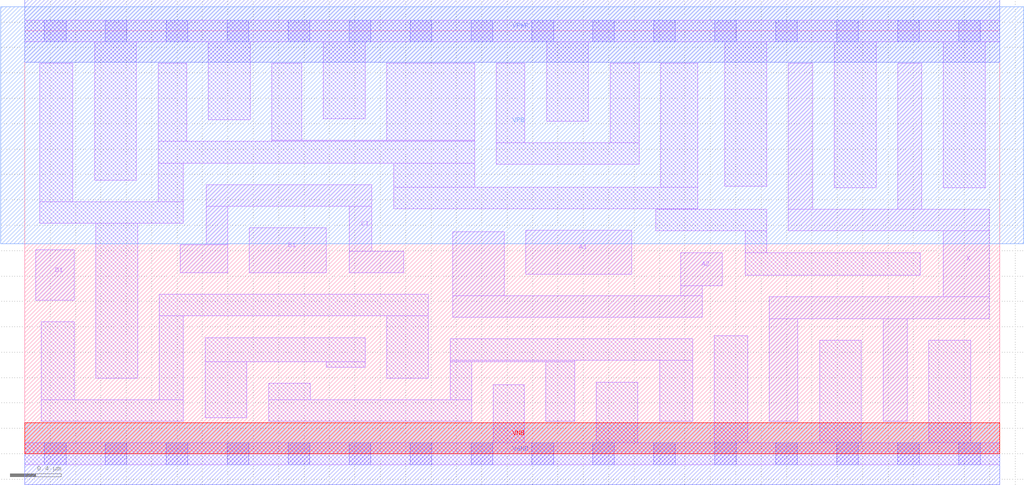
<source format=lef>
# Copyright 2020 The SkyWater PDK Authors
#
# Licensed under the Apache License, Version 2.0 (the "License");
# you may not use this file except in compliance with the License.
# You may obtain a copy of the License at
#
#     https://www.apache.org/licenses/LICENSE-2.0
#
# Unless required by applicable law or agreed to in writing, software
# distributed under the License is distributed on an "AS IS" BASIS,
# WITHOUT WARRANTIES OR CONDITIONS OF ANY KIND, either express or implied.
# See the License for the specific language governing permissions and
# limitations under the License.
#
# SPDX-License-Identifier: Apache-2.0

VERSION 5.7 ;
  NOWIREEXTENSIONATPIN ON ;
  DIVIDERCHAR "/" ;
  BUSBITCHARS "[]" ;
MACRO sky130_fd_sc_lp__o2111a_4
  CLASS CORE ;
  FOREIGN sky130_fd_sc_lp__o2111a_4 ;
  ORIGIN  0.000000  0.000000 ;
  SIZE  7.680000 BY  3.330000 ;
  SYMMETRY X Y R90 ;
  SITE unit ;
  PIN A1
    ANTENNAGATEAREA  0.630000 ;
    DIRECTION INPUT ;
    USE SIGNAL ;
    PORT
      LAYER li1 ;
        RECT 3.945000 1.415000 4.780000 1.760000 ;
    END
  END A1
  PIN A2
    ANTENNAGATEAREA  0.630000 ;
    DIRECTION INPUT ;
    USE SIGNAL ;
    PORT
      LAYER li1 ;
        RECT 3.370000 1.075000 5.335000 1.245000 ;
        RECT 3.370000 1.245000 3.775000 1.750000 ;
        RECT 5.165000 1.245000 5.335000 1.325000 ;
        RECT 5.165000 1.325000 5.495000 1.585000 ;
    END
  END A2
  PIN B1
    ANTENNAGATEAREA  0.630000 ;
    DIRECTION INPUT ;
    USE SIGNAL ;
    PORT
      LAYER li1 ;
        RECT 1.770000 1.425000 2.375000 1.780000 ;
    END
  END B1
  PIN C1
    ANTENNAGATEAREA  0.630000 ;
    DIRECTION INPUT ;
    USE SIGNAL ;
    PORT
      LAYER li1 ;
        RECT 1.225000 1.425000 1.600000 1.645000 ;
        RECT 1.430000 1.645000 1.600000 1.950000 ;
        RECT 1.430000 1.950000 2.735000 2.120000 ;
        RECT 2.555000 1.425000 2.985000 1.595000 ;
        RECT 2.555000 1.595000 2.735000 1.950000 ;
    END
  END C1
  PIN D1
    ANTENNAGATEAREA  0.630000 ;
    DIRECTION INPUT ;
    USE SIGNAL ;
    PORT
      LAYER li1 ;
        RECT 0.085000 1.210000 0.390000 1.605000 ;
    END
  END D1
  PIN X
    ANTENNADIFFAREA  1.176000 ;
    DIRECTION OUTPUT ;
    USE SIGNAL ;
    PORT
      LAYER li1 ;
        RECT 5.865000 0.255000 6.090000 1.065000 ;
        RECT 5.865000 1.065000 7.595000 1.235000 ;
        RECT 6.015000 1.755000 7.595000 1.925000 ;
        RECT 6.015000 1.925000 6.205000 3.075000 ;
        RECT 6.760000 0.255000 6.950000 1.065000 ;
        RECT 6.875000 1.925000 7.065000 3.075000 ;
        RECT 7.235000 1.235000 7.595000 1.755000 ;
    END
  END X
  PIN VGND
    DIRECTION INOUT ;
    USE GROUND ;
    PORT
      LAYER met1 ;
        RECT 0.000000 -0.245000 7.680000 0.245000 ;
    END
  END VGND
  PIN VNB
    DIRECTION INOUT ;
    USE GROUND ;
    PORT
      LAYER pwell ;
        RECT 0.000000 0.000000 7.680000 0.245000 ;
    END
  END VNB
  PIN VPB
    DIRECTION INOUT ;
    USE POWER ;
    PORT
      LAYER nwell ;
        RECT -0.190000 1.655000 7.870000 3.520000 ;
    END
  END VPB
  PIN VPWR
    DIRECTION INOUT ;
    USE POWER ;
    PORT
      LAYER met1 ;
        RECT 0.000000 3.085000 7.680000 3.575000 ;
    END
  END VPWR
  OBS
    LAYER li1 ;
      RECT 0.000000 -0.085000 7.680000 0.085000 ;
      RECT 0.000000  3.245000 7.680000 3.415000 ;
      RECT 0.120000  1.815000 1.250000 1.985000 ;
      RECT 0.120000  1.985000 0.380000 3.075000 ;
      RECT 0.130000  0.255000 1.250000 0.425000 ;
      RECT 0.130000  0.425000 0.390000 1.040000 ;
      RECT 0.550000  2.155000 0.880000 3.245000 ;
      RECT 0.560000  0.595000 0.890000 1.815000 ;
      RECT 1.050000  1.985000 1.250000 2.290000 ;
      RECT 1.050000  2.290000 3.545000 2.460000 ;
      RECT 1.050000  2.460000 1.275000 3.075000 ;
      RECT 1.060000  0.425000 1.250000 1.085000 ;
      RECT 1.060000  1.085000 3.180000 1.255000 ;
      RECT 1.420000  0.285000 1.750000 0.725000 ;
      RECT 1.420000  0.725000 2.680000 0.915000 ;
      RECT 1.445000  2.630000 1.775000 3.245000 ;
      RECT 1.920000  0.255000 3.520000 0.425000 ;
      RECT 1.920000  0.425000 2.250000 0.555000 ;
      RECT 1.945000  2.460000 3.545000 2.470000 ;
      RECT 1.945000  2.470000 2.180000 3.075000 ;
      RECT 2.350000  2.640000 2.680000 3.245000 ;
      RECT 2.375000  0.680000 2.680000 0.725000 ;
      RECT 2.850000  0.595000 3.180000 1.085000 ;
      RECT 2.850000  2.470000 3.545000 3.075000 ;
      RECT 2.905000  1.930000 5.300000 2.100000 ;
      RECT 2.905000  2.100000 3.545000 2.290000 ;
      RECT 3.350000  0.425000 3.520000 0.725000 ;
      RECT 3.350000  0.725000 4.330000 0.735000 ;
      RECT 3.350000  0.735000 5.260000 0.905000 ;
      RECT 3.690000  0.085000 3.935000 0.545000 ;
      RECT 3.715000  2.280000 4.840000 2.450000 ;
      RECT 3.715000  2.450000 3.940000 3.075000 ;
      RECT 4.105000  0.255000 4.330000 0.725000 ;
      RECT 4.110000  2.620000 4.440000 3.245000 ;
      RECT 4.500000  0.085000 4.830000 0.565000 ;
      RECT 4.610000  2.450000 4.840000 3.075000 ;
      RECT 4.970000  1.755000 5.845000 1.925000 ;
      RECT 4.970000  1.925000 5.300000 1.930000 ;
      RECT 5.000000  0.255000 5.260000 0.735000 ;
      RECT 5.010000  2.100000 5.300000 3.075000 ;
      RECT 5.430000  0.085000 5.695000 0.930000 ;
      RECT 5.515000  2.105000 5.845000 3.245000 ;
      RECT 5.675000  1.405000 7.055000 1.585000 ;
      RECT 5.675000  1.585000 5.845000 1.755000 ;
      RECT 6.260000  0.085000 6.590000 0.895000 ;
      RECT 6.375000  2.095000 6.705000 3.245000 ;
      RECT 7.120000  0.085000 7.450000 0.895000 ;
      RECT 7.235000  2.095000 7.565000 3.245000 ;
    LAYER mcon ;
      RECT 0.155000 -0.085000 0.325000 0.085000 ;
      RECT 0.155000  3.245000 0.325000 3.415000 ;
      RECT 0.635000 -0.085000 0.805000 0.085000 ;
      RECT 0.635000  3.245000 0.805000 3.415000 ;
      RECT 1.115000 -0.085000 1.285000 0.085000 ;
      RECT 1.115000  3.245000 1.285000 3.415000 ;
      RECT 1.595000 -0.085000 1.765000 0.085000 ;
      RECT 1.595000  3.245000 1.765000 3.415000 ;
      RECT 2.075000 -0.085000 2.245000 0.085000 ;
      RECT 2.075000  3.245000 2.245000 3.415000 ;
      RECT 2.555000 -0.085000 2.725000 0.085000 ;
      RECT 2.555000  3.245000 2.725000 3.415000 ;
      RECT 3.035000 -0.085000 3.205000 0.085000 ;
      RECT 3.035000  3.245000 3.205000 3.415000 ;
      RECT 3.515000 -0.085000 3.685000 0.085000 ;
      RECT 3.515000  3.245000 3.685000 3.415000 ;
      RECT 3.995000 -0.085000 4.165000 0.085000 ;
      RECT 3.995000  3.245000 4.165000 3.415000 ;
      RECT 4.475000 -0.085000 4.645000 0.085000 ;
      RECT 4.475000  3.245000 4.645000 3.415000 ;
      RECT 4.955000 -0.085000 5.125000 0.085000 ;
      RECT 4.955000  3.245000 5.125000 3.415000 ;
      RECT 5.435000 -0.085000 5.605000 0.085000 ;
      RECT 5.435000  3.245000 5.605000 3.415000 ;
      RECT 5.915000 -0.085000 6.085000 0.085000 ;
      RECT 5.915000  3.245000 6.085000 3.415000 ;
      RECT 6.395000 -0.085000 6.565000 0.085000 ;
      RECT 6.395000  3.245000 6.565000 3.415000 ;
      RECT 6.875000 -0.085000 7.045000 0.085000 ;
      RECT 6.875000  3.245000 7.045000 3.415000 ;
      RECT 7.355000 -0.085000 7.525000 0.085000 ;
      RECT 7.355000  3.245000 7.525000 3.415000 ;
  END
END sky130_fd_sc_lp__o2111a_4
END LIBRARY

</source>
